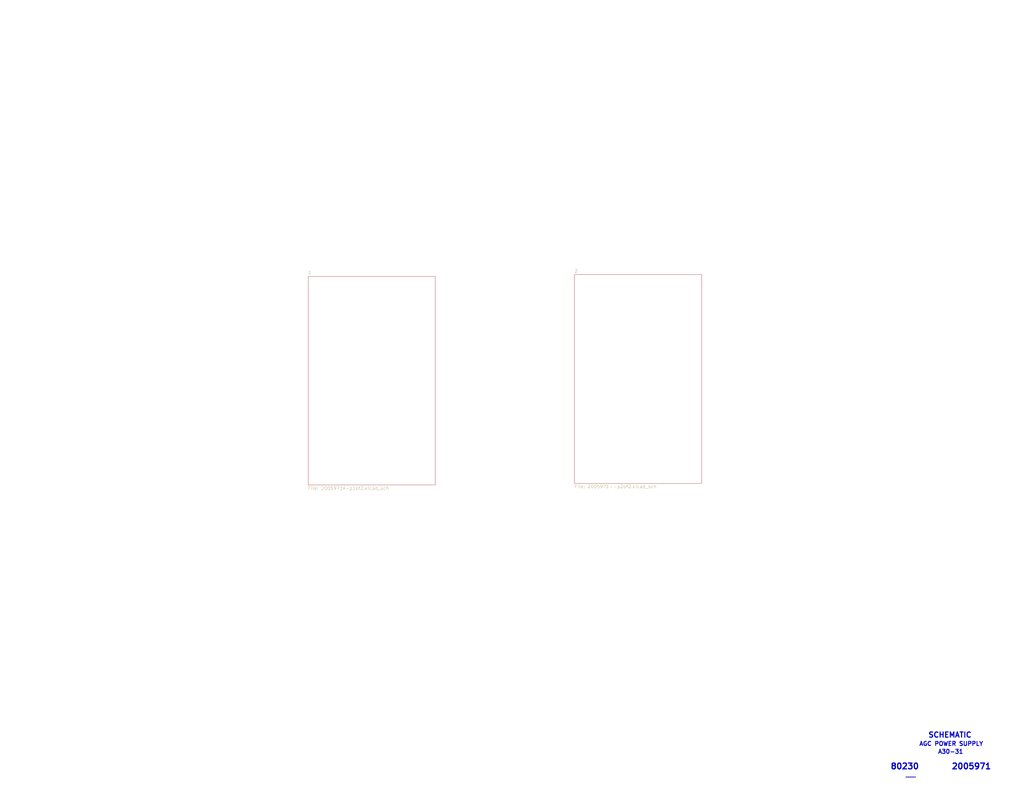
<source format=kicad_sch>
(kicad_sch (version 20211123) (generator eeschema)
  (paper "E")
  (lib_symbols)
  (text "____" (at 988.06 848.995 0) (effects (font (size 3.556 3.556) (thickness 0.7112) bold) (justify left bottom)))
  (text "2005971" (at 1038.225 840.74 0) (effects (font (size 6.35 6.35) (thickness 1.27) bold) (justify left bottom)))
  (text "SCHEMATIC" (at 1012.7742 806.069 0) (effects (font (size 5.715 5.715) (thickness 1.143) bold) (justify left bottom)))
  (text "A30-31" (at 1023.4422 823.6712 0) (effects (font (size 4.572 4.572) (thickness 0.9144) bold) (justify left bottom)))
  (text "AGC POWER SUPPLY" (at 1002.9698 815.0606 0) (effects (font (size 4.572 4.572) (thickness 0.9144) bold) (justify left bottom)))
  (text "80230" (at 971.55 840.74 0) (effects (font (size 6.35 6.35) (thickness 1.27) bold) (justify left bottom)))
  (sheet (at 336.2452 301.8028) (size 138.7856 227.8888)
    (property "Sheet name" "1" (at 336.2452 299.9482 0) (effects (font (size 3.556 3.556)) (justify left bottom)))
    (property "Sheet file" "2005971A-p1of2.kicad_sch" (at 336.2452 531.1906 0) (effects (font (size 3.556 3.556)) (justify left top)))
  )
  (sheet (at 626.9736 299.9232) (size 138.7856 227.8888)
    (property "Sheet name" "2" (at 626.9736 298.0686 0) (effects (font (size 3.556 3.556)) (justify left bottom)))
    (property "Sheet file" "2005971--p2of2.kicad_sch" (at 626.9736 529.311 0) (effects (font (size 3.556 3.556)) (justify left top)))
  )
)
</source>
